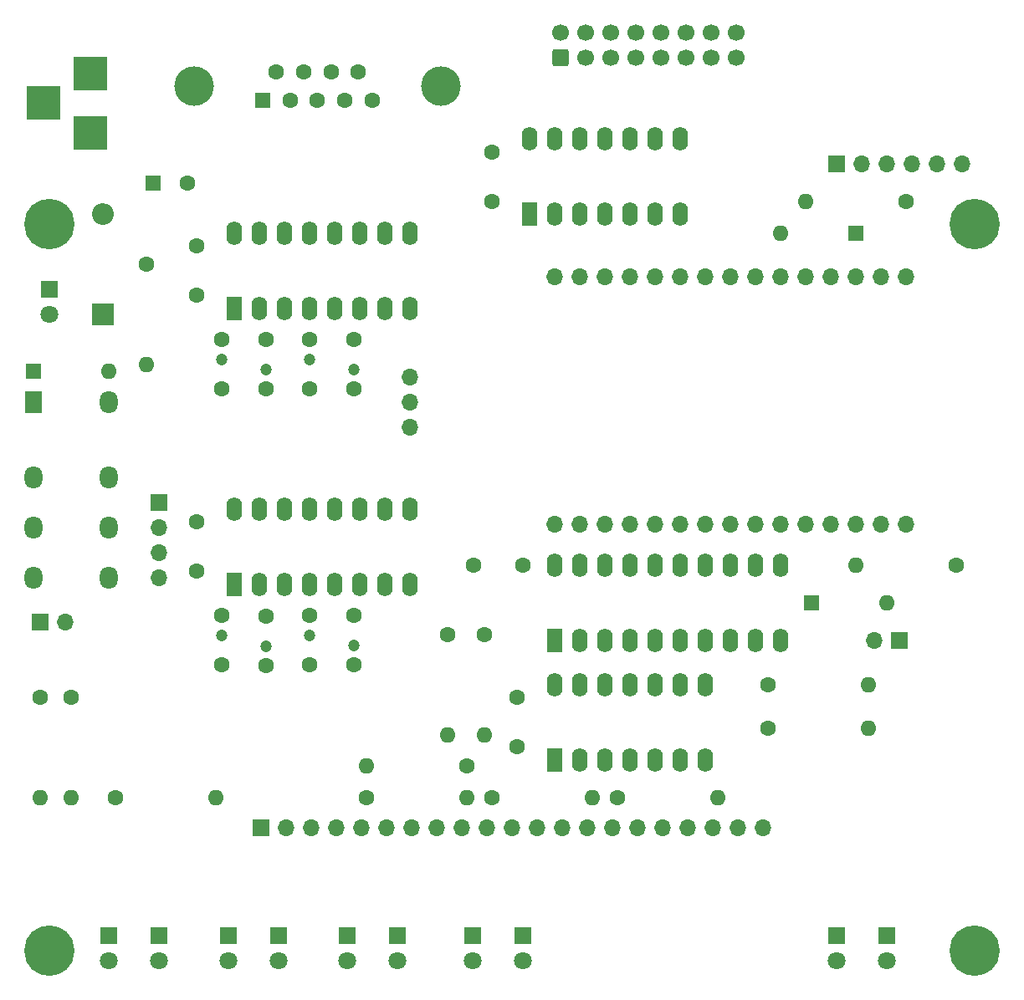
<source format=gts>
G04 #@! TF.GenerationSoftware,KiCad,Pcbnew,8.0.4*
G04 #@! TF.CreationDate,2024-07-28T06:14:52+02:00*
G04 #@! TF.ProjectId,BulkyModem-32 Module,42756c6b-794d-46f6-9465-6d2d3332204d,rev?*
G04 #@! TF.SameCoordinates,Original*
G04 #@! TF.FileFunction,Soldermask,Top*
G04 #@! TF.FilePolarity,Negative*
%FSLAX46Y46*%
G04 Gerber Fmt 4.6, Leading zero omitted, Abs format (unit mm)*
G04 Created by KiCad (PCBNEW 8.0.4) date 2024-07-28 06:14:52*
%MOMM*%
%LPD*%
G01*
G04 APERTURE LIST*
G04 Aperture macros list*
%AMRoundRect*
0 Rectangle with rounded corners*
0 $1 Rounding radius*
0 $2 $3 $4 $5 $6 $7 $8 $9 X,Y pos of 4 corners*
0 Add a 4 corners polygon primitive as box body*
4,1,4,$2,$3,$4,$5,$6,$7,$8,$9,$2,$3,0*
0 Add four circle primitives for the rounded corners*
1,1,$1+$1,$2,$3*
1,1,$1+$1,$4,$5*
1,1,$1+$1,$6,$7*
1,1,$1+$1,$8,$9*
0 Add four rect primitives between the rounded corners*
20,1,$1+$1,$2,$3,$4,$5,0*
20,1,$1+$1,$4,$5,$6,$7,0*
20,1,$1+$1,$6,$7,$8,$9,0*
20,1,$1+$1,$8,$9,$2,$3,0*%
G04 Aperture macros list end*
%ADD10R,1.700000X1.700000*%
%ADD11O,1.700000X1.700000*%
%ADD12O,1.600000X2.400000*%
%ADD13R,1.600000X2.400000*%
%ADD14C,1.600000*%
%ADD15O,1.600000X1.600000*%
%ADD16R,1.600000X1.600000*%
%ADD17C,5.100000*%
%ADD18R,1.800000X1.800000*%
%ADD19C,1.800000*%
%ADD20C,4.000000*%
%ADD21R,3.500000X3.500000*%
%ADD22O,1.800000X2.300000*%
%ADD23R,1.800000X2.300000*%
%ADD24C,1.200000*%
%ADD25C,1.700000*%
%ADD26RoundRect,0.250000X0.600000X-0.600000X0.600000X0.600000X-0.600000X0.600000X-0.600000X-0.600000X0*%
%ADD27R,2.200000X2.200000*%
%ADD28O,2.200000X2.200000*%
G04 APERTURE END LIST*
D10*
X153035000Y-71755000D03*
D11*
X155575000Y-71755000D03*
X158115000Y-71755000D03*
X160655000Y-71755000D03*
X163195000Y-71755000D03*
X165735000Y-71755000D03*
D12*
X121920000Y-69215000D03*
X124460000Y-69215000D03*
X127000000Y-69215000D03*
X129540000Y-69215000D03*
X132080000Y-69215000D03*
X134620000Y-69215000D03*
X137160000Y-69215000D03*
X137160000Y-76835000D03*
X134620000Y-76835000D03*
X132080000Y-76835000D03*
X129540000Y-76835000D03*
X127000000Y-76835000D03*
X124460000Y-76835000D03*
D13*
X121920000Y-76835000D03*
D14*
X165100000Y-112395000D03*
D15*
X154940000Y-112395000D03*
X149860000Y-75565000D03*
D14*
X160020000Y-75565000D03*
D16*
X154940000Y-78740000D03*
D15*
X147320000Y-78740000D03*
D16*
X150495000Y-116205000D03*
D15*
X158115000Y-116205000D03*
D17*
X167005000Y-77785000D03*
X73355000Y-77785000D03*
X167005000Y-151435000D03*
D11*
X124460000Y-108185000D03*
X127000000Y-108185000D03*
X129540000Y-108185000D03*
X132080000Y-108185000D03*
X134620000Y-108185000D03*
X137160000Y-108185000D03*
X139700000Y-108185000D03*
X142240000Y-108185000D03*
X144780000Y-108185000D03*
X147320000Y-108185000D03*
X149860000Y-108185000D03*
X152400000Y-108185000D03*
X154940000Y-108185000D03*
X157480000Y-108185000D03*
X160020000Y-108185000D03*
X160020000Y-83185000D03*
X157480000Y-83185000D03*
X154940000Y-83185000D03*
X152400000Y-83185000D03*
X149860000Y-83185000D03*
X147320000Y-83185000D03*
X144780000Y-83185000D03*
X142240000Y-83185000D03*
X139700000Y-83185000D03*
X137160000Y-83185000D03*
X134620000Y-83185000D03*
X132080000Y-83185000D03*
X129540000Y-83185000D03*
X127000000Y-83185000D03*
X124460000Y-83185000D03*
D18*
X84455000Y-149860000D03*
D19*
X84455000Y-152400000D03*
D18*
X96520000Y-149860000D03*
D19*
X96520000Y-152400000D03*
D18*
X91440000Y-149860000D03*
D19*
X91440000Y-152400000D03*
D18*
X108585000Y-149860000D03*
D19*
X108585000Y-152400000D03*
D18*
X103505000Y-149860000D03*
D19*
X103505000Y-152400000D03*
D18*
X153035000Y-149860000D03*
D19*
X153035000Y-152400000D03*
D18*
X158115000Y-149860000D03*
D19*
X158115000Y-152400000D03*
D14*
X104600000Y-62438000D03*
X101830000Y-62438000D03*
X99060000Y-62438000D03*
X96290000Y-62438000D03*
X105985000Y-65278000D03*
X103215000Y-65278000D03*
X100445000Y-65278000D03*
X97675000Y-65278000D03*
D16*
X94905000Y-65278000D03*
D20*
X87945000Y-63858000D03*
X112945000Y-63858000D03*
D10*
X94780000Y-138970000D03*
D11*
X97320000Y-138970000D03*
X99860000Y-138970000D03*
X102400000Y-138970000D03*
X104940000Y-138970000D03*
X107480000Y-138970000D03*
X110020000Y-138970000D03*
X112560000Y-138970000D03*
X115100000Y-138970000D03*
X117640000Y-138970000D03*
X120180000Y-138970000D03*
X122720000Y-138970000D03*
X125260000Y-138970000D03*
X127800000Y-138970000D03*
X130340000Y-138970000D03*
X132880000Y-138970000D03*
X135420000Y-138970000D03*
X137960000Y-138970000D03*
X140500000Y-138970000D03*
X143040000Y-138970000D03*
X145580000Y-138970000D03*
X74930000Y-118110000D03*
D10*
X72390000Y-118110000D03*
X159385000Y-120015000D03*
D11*
X156845000Y-120015000D03*
D17*
X73355000Y-151435000D03*
D14*
X115570000Y-132715000D03*
D15*
X105410000Y-132715000D03*
D14*
X80010000Y-135890000D03*
D15*
X90170000Y-135890000D03*
D14*
X118110000Y-135890000D03*
D15*
X128270000Y-135890000D03*
D14*
X105410000Y-135890000D03*
D15*
X115570000Y-135890000D03*
D14*
X113665000Y-119380000D03*
D15*
X113665000Y-129540000D03*
D14*
X117348000Y-119380000D03*
D15*
X117348000Y-129540000D03*
D13*
X92075000Y-114300000D03*
D12*
X94615000Y-114300000D03*
X97155000Y-114300000D03*
X99695000Y-114300000D03*
X102235000Y-114300000D03*
X104775000Y-114300000D03*
X107315000Y-114300000D03*
X109855000Y-114300000D03*
X109855000Y-106680000D03*
X107315000Y-106680000D03*
X104775000Y-106680000D03*
X102235000Y-106680000D03*
X99695000Y-106680000D03*
X97155000Y-106680000D03*
X94615000Y-106680000D03*
X92075000Y-106680000D03*
D21*
X77470000Y-68580000D03*
X77470000Y-62580000D03*
X72770000Y-65580000D03*
D22*
X79375000Y-95885000D03*
X79375000Y-103505000D03*
X79375000Y-108585000D03*
X79375000Y-113665000D03*
X71755000Y-113665000D03*
X71755000Y-108585000D03*
X71755000Y-103505000D03*
D23*
X71755000Y-95885000D03*
D14*
X90805000Y-89535000D03*
D24*
X90805000Y-91535000D03*
D14*
X90805000Y-94535000D03*
X104140000Y-94535000D03*
D24*
X104140000Y-92535000D03*
D14*
X104140000Y-89535000D03*
X99695000Y-89535000D03*
D24*
X99695000Y-91535000D03*
D14*
X99695000Y-94535000D03*
X95250000Y-94535000D03*
D24*
X95250000Y-92535000D03*
D14*
X95250000Y-89535000D03*
X88265000Y-80010000D03*
X88265000Y-85010000D03*
X118110000Y-75565000D03*
X118110000Y-70565000D03*
D18*
X116205000Y-149860000D03*
D19*
X116205000Y-152400000D03*
D14*
X130810000Y-135890000D03*
D15*
X140970000Y-135890000D03*
D13*
X92075000Y-86360000D03*
D12*
X94615000Y-86360000D03*
X97155000Y-86360000D03*
X99695000Y-86360000D03*
X102235000Y-86360000D03*
X104775000Y-86360000D03*
X107315000Y-86360000D03*
X109855000Y-86360000D03*
X109855000Y-78740000D03*
X107315000Y-78740000D03*
X104775000Y-78740000D03*
X102235000Y-78740000D03*
X99695000Y-78740000D03*
X97155000Y-78740000D03*
X94615000Y-78740000D03*
X92075000Y-78740000D03*
D14*
X116285000Y-112395000D03*
X121285000Y-112395000D03*
X88265000Y-107990000D03*
X88265000Y-112990000D03*
X95250000Y-122555000D03*
D24*
X95250000Y-120555000D03*
D14*
X95250000Y-117555000D03*
X99695000Y-117475000D03*
D24*
X99695000Y-119475000D03*
D14*
X99695000Y-122475000D03*
X90805000Y-117475000D03*
D24*
X90805000Y-119475000D03*
D14*
X90805000Y-122475000D03*
X104140000Y-122475000D03*
D24*
X104140000Y-120475000D03*
D14*
X104140000Y-117475000D03*
D25*
X142875000Y-58420000D03*
X140335000Y-58420000D03*
X137795000Y-58420000D03*
X135255000Y-58420000D03*
X132715000Y-58420000D03*
X130175000Y-58420000D03*
X127635000Y-58420000D03*
X125095000Y-58420000D03*
X142875000Y-60960000D03*
X140335000Y-60960000D03*
X137795000Y-60960000D03*
X135255000Y-60960000D03*
X132715000Y-60960000D03*
X130175000Y-60960000D03*
X127635000Y-60960000D03*
D26*
X125095000Y-60960000D03*
D14*
X75565000Y-125730000D03*
D15*
X75565000Y-135890000D03*
D18*
X121285000Y-149860000D03*
D19*
X121285000Y-152400000D03*
D14*
X146050000Y-124460000D03*
D15*
X156210000Y-124460000D03*
D14*
X120650000Y-125730000D03*
X120650000Y-130730000D03*
D27*
X78740000Y-86995000D03*
D28*
X78740000Y-76835000D03*
D14*
X72390000Y-125730000D03*
D15*
X72390000Y-135890000D03*
D13*
X124460000Y-132080000D03*
D12*
X127000000Y-132080000D03*
X129540000Y-132080000D03*
X132080000Y-132080000D03*
X134620000Y-132080000D03*
X137160000Y-132080000D03*
X139700000Y-132080000D03*
X139700000Y-124460000D03*
X137160000Y-124460000D03*
X134620000Y-124460000D03*
X132080000Y-124460000D03*
X129540000Y-124460000D03*
X127000000Y-124460000D03*
X124460000Y-124460000D03*
D18*
X79375000Y-149860000D03*
D19*
X79375000Y-152400000D03*
D18*
X73355000Y-84450000D03*
D19*
X73355000Y-86990000D03*
D14*
X83185000Y-81915000D03*
D15*
X83185000Y-92075000D03*
D16*
X83820000Y-73660000D03*
D14*
X87320000Y-73660000D03*
X146050000Y-128905000D03*
D15*
X156210000Y-128905000D03*
D10*
X84455000Y-106045000D03*
D11*
X84455000Y-108585000D03*
X84455000Y-111125000D03*
X84455000Y-113665000D03*
X109855000Y-98425000D03*
X109855000Y-95885000D03*
X109855000Y-93345000D03*
D15*
X79375000Y-92710000D03*
D16*
X71755000Y-92710000D03*
D13*
X124460000Y-120005000D03*
D12*
X127000000Y-120005000D03*
X129540000Y-120005000D03*
X132080000Y-120005000D03*
X134620000Y-120005000D03*
X137160000Y-120005000D03*
X139700000Y-120005000D03*
X142240000Y-120005000D03*
X144780000Y-120005000D03*
X147320000Y-120005000D03*
X147320000Y-112385000D03*
X144780000Y-112385000D03*
X142240000Y-112385000D03*
X139700000Y-112385000D03*
X137160000Y-112385000D03*
X134620000Y-112385000D03*
X132080000Y-112385000D03*
X129540000Y-112385000D03*
X127000000Y-112385000D03*
X124460000Y-112385000D03*
M02*

</source>
